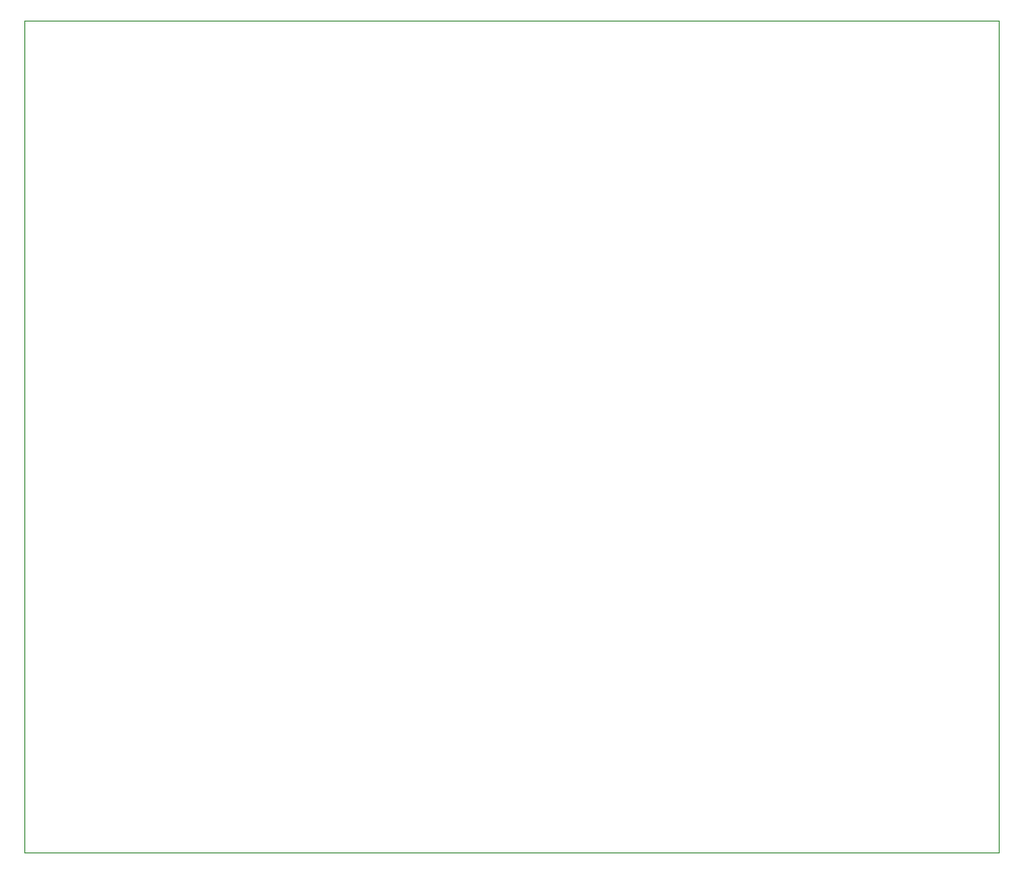
<source format=gbr>
%TF.GenerationSoftware,KiCad,Pcbnew,9.0.5*%
%TF.CreationDate,2025-11-19T12:00:21-07:00*%
%TF.ProjectId,UniversalSolenoidRelay,556e6976-6572-4736-916c-536f6c656e6f,rev?*%
%TF.SameCoordinates,Original*%
%TF.FileFunction,Profile,NP*%
%FSLAX46Y46*%
G04 Gerber Fmt 4.6, Leading zero omitted, Abs format (unit mm)*
G04 Created by KiCad (PCBNEW 9.0.5) date 2025-11-19 12:00:21*
%MOMM*%
%LPD*%
G01*
G04 APERTURE LIST*
%TA.AperFunction,Profile*%
%ADD10C,0.050000*%
%TD*%
G04 APERTURE END LIST*
D10*
X83139998Y-80400000D02*
X171200000Y-80400000D01*
X171200000Y-155600000D01*
X83139998Y-155600000D01*
X83139998Y-80400000D01*
M02*

</source>
